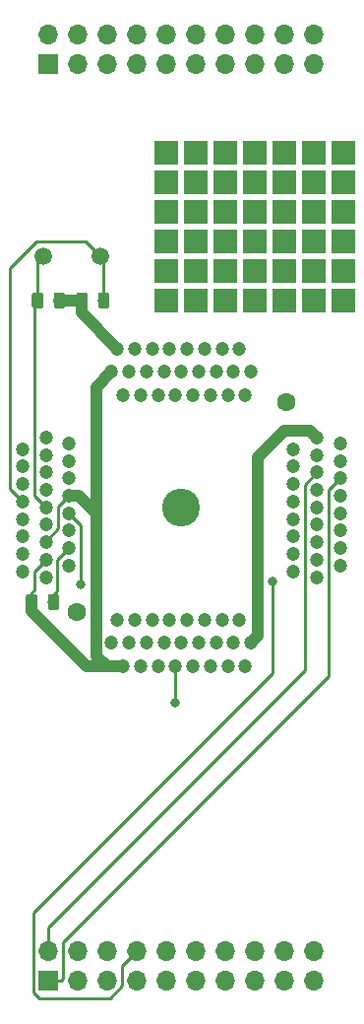
<source format=gbr>
G04 #@! TF.GenerationSoftware,KiCad,Pcbnew,5.0.2-bee76a0~70~ubuntu18.04.1*
G04 #@! TF.CreationDate,2019-07-29T15:00:22+02:00*
G04 #@! TF.ProjectId,stm32f427,73746d33-3266-4343-9237-2e6b69636164,rev?*
G04 #@! TF.SameCoordinates,Original*
G04 #@! TF.FileFunction,Copper,L2,Bot*
G04 #@! TF.FilePolarity,Positive*
%FSLAX46Y46*%
G04 Gerber Fmt 4.6, Leading zero omitted, Abs format (unit mm)*
G04 Created by KiCad (PCBNEW 5.0.2-bee76a0~70~ubuntu18.04.1) date lun. 29 juil. 2019 15:00:22 CEST*
%MOMM*%
%LPD*%
G01*
G04 APERTURE LIST*
G04 #@! TA.AperFunction,ComponentPad*
%ADD10R,2.000000X2.000000*%
G04 #@! TD*
G04 #@! TA.AperFunction,ComponentPad*
%ADD11C,1.200000*%
G04 #@! TD*
G04 #@! TA.AperFunction,ComponentPad*
%ADD12C,3.250000*%
G04 #@! TD*
G04 #@! TA.AperFunction,ComponentPad*
%ADD13C,1.600000*%
G04 #@! TD*
G04 #@! TA.AperFunction,ComponentPad*
%ADD14R,1.700000X1.700000*%
G04 #@! TD*
G04 #@! TA.AperFunction,ComponentPad*
%ADD15O,1.700000X1.700000*%
G04 #@! TD*
G04 #@! TA.AperFunction,Conductor*
%ADD16C,0.100000*%
G04 #@! TD*
G04 #@! TA.AperFunction,SMDPad,CuDef*
%ADD17C,0.975000*%
G04 #@! TD*
G04 #@! TA.AperFunction,ComponentPad*
%ADD18C,1.500000*%
G04 #@! TD*
G04 #@! TA.AperFunction,ViaPad*
%ADD19C,0.800000*%
G04 #@! TD*
G04 #@! TA.AperFunction,Conductor*
%ADD20C,0.250000*%
G04 #@! TD*
G04 #@! TA.AperFunction,Conductor*
%ADD21C,1.000000*%
G04 #@! TD*
G04 APERTURE END LIST*
D10*
G04 #@! TO.P,TP37,1*
G04 #@! TO.N,Net-(TP37-Pad1)*
X60960000Y-91440000D03*
G04 #@! TD*
G04 #@! TO.P,TP39,1*
G04 #@! TO.N,Net-(TP39-Pad1)*
X60960000Y-88900000D03*
G04 #@! TD*
G04 #@! TO.P,TP38,1*
G04 #@! TO.N,Net-(TP38-Pad1)*
X60960000Y-93980000D03*
G04 #@! TD*
G04 #@! TO.P,TP40,1*
G04 #@! TO.N,Net-(TP40-Pad1)*
X60960000Y-86360000D03*
G04 #@! TD*
G04 #@! TO.P,TP41,1*
G04 #@! TO.N,Net-(TP41-Pad1)*
X60960000Y-96520000D03*
G04 #@! TD*
G04 #@! TO.P,TP42,1*
G04 #@! TO.N,Net-(TP42-Pad1)*
X60960000Y-83820000D03*
G04 #@! TD*
G04 #@! TO.P,TP33,1*
G04 #@! TO.N,Net-(TP33-Pad1)*
X73660000Y-93980000D03*
G04 #@! TD*
G04 #@! TO.P,TP31,1*
G04 #@! TO.N,Net-(TP31-Pad1)*
X68580000Y-96520000D03*
G04 #@! TD*
G04 #@! TO.P,TP30,1*
G04 #@! TO.N,Net-(TP30-Pad1)*
X76200000Y-96520000D03*
G04 #@! TD*
G04 #@! TO.P,TP29,1*
G04 #@! TO.N,Net-(TP29-Pad1)*
X71120000Y-93980000D03*
G04 #@! TD*
G04 #@! TO.P,TP28,1*
G04 #@! TO.N,Net-(TP28-Pad1)*
X66040000Y-96520000D03*
G04 #@! TD*
G04 #@! TO.P,TP27,1*
G04 #@! TO.N,Net-(TP27-Pad1)*
X73660000Y-96520000D03*
G04 #@! TD*
G04 #@! TO.P,TP26,1*
G04 #@! TO.N,Net-(TP26-Pad1)*
X68580000Y-93980000D03*
G04 #@! TD*
G04 #@! TO.P,TP32,1*
G04 #@! TO.N,Net-(TP32-Pad1)*
X63500000Y-96520000D03*
G04 #@! TD*
G04 #@! TO.P,TP34,1*
G04 #@! TO.N,Net-(TP34-Pad1)*
X71120000Y-96520000D03*
G04 #@! TD*
G04 #@! TO.P,TP35,1*
G04 #@! TO.N,Net-(TP35-Pad1)*
X66040000Y-93980000D03*
G04 #@! TD*
G04 #@! TO.P,TP36,1*
G04 #@! TO.N,Net-(TP36-Pad1)*
X76200000Y-93980000D03*
G04 #@! TD*
G04 #@! TO.P,TP25,1*
G04 #@! TO.N,Net-(TP25-Pad1)*
X63500000Y-93980000D03*
G04 #@! TD*
G04 #@! TO.P,TP10,1*
G04 #@! TO.N,Net-(TP10-Pad1)*
X76200000Y-91440000D03*
G04 #@! TD*
G04 #@! TO.P,TP12,1*
G04 #@! TO.N,Net-(TP12-Pad1)*
X76200000Y-88900000D03*
G04 #@! TD*
G04 #@! TO.P,TP13,1*
G04 #@! TO.N,Net-(TP13-Pad1)*
X73660000Y-91440000D03*
G04 #@! TD*
G04 #@! TO.P,TP14,1*
G04 #@! TO.N,Net-(TP14-Pad1)*
X76200000Y-86360000D03*
G04 #@! TD*
G04 #@! TO.P,TP15,1*
G04 #@! TO.N,Net-(TP15-Pad1)*
X73660000Y-88900000D03*
G04 #@! TD*
G04 #@! TO.P,TP16,1*
G04 #@! TO.N,Net-(TP16-Pad1)*
X71120000Y-91440000D03*
G04 #@! TD*
G04 #@! TO.P,TP17,1*
G04 #@! TO.N,Net-(TP17-Pad1)*
X73660000Y-86360000D03*
G04 #@! TD*
G04 #@! TO.P,TP18,1*
G04 #@! TO.N,Net-(TP18-Pad1)*
X71120000Y-88900000D03*
G04 #@! TD*
G04 #@! TO.P,TP19,1*
G04 #@! TO.N,Net-(TP19-Pad1)*
X68580000Y-91440000D03*
G04 #@! TD*
G04 #@! TO.P,TP20,1*
G04 #@! TO.N,Net-(TP20-Pad1)*
X71120000Y-86360000D03*
G04 #@! TD*
G04 #@! TO.P,TP21,1*
G04 #@! TO.N,Net-(TP21-Pad1)*
X68580000Y-88900000D03*
G04 #@! TD*
G04 #@! TO.P,TP11,1*
G04 #@! TO.N,Net-(TP11-Pad1)*
X66040000Y-91440000D03*
G04 #@! TD*
G04 #@! TO.P,TP9,1*
G04 #@! TO.N,Net-(TP9-Pad1)*
X68580000Y-86360000D03*
G04 #@! TD*
G04 #@! TO.P,TP7,1*
G04 #@! TO.N,Net-(TP7-Pad1)*
X66040000Y-88900000D03*
G04 #@! TD*
G04 #@! TO.P,TP22,1*
G04 #@! TO.N,Net-(TP22-Pad1)*
X63500000Y-91440000D03*
G04 #@! TD*
G04 #@! TO.P,TP23,1*
G04 #@! TO.N,Net-(TP23-Pad1)*
X66040000Y-86360000D03*
G04 #@! TD*
G04 #@! TO.P,TP24,1*
G04 #@! TO.N,Net-(TP24-Pad1)*
X63500000Y-88900000D03*
G04 #@! TD*
G04 #@! TO.P,TP8,1*
G04 #@! TO.N,Net-(TP8-Pad1)*
X63500000Y-86360000D03*
G04 #@! TD*
G04 #@! TO.P,TP6,1*
G04 #@! TO.N,Net-(TP6-Pad1)*
X66040000Y-83820000D03*
G04 #@! TD*
G04 #@! TO.P,TP5,1*
G04 #@! TO.N,Net-(TP5-Pad1)*
X63500000Y-83820000D03*
G04 #@! TD*
G04 #@! TO.P,TP4,1*
G04 #@! TO.N,Net-(TP4-Pad1)*
X76200000Y-83820000D03*
G04 #@! TD*
G04 #@! TO.P,TP3,1*
G04 #@! TO.N,Net-(TP3-Pad1)*
X73660000Y-83820000D03*
G04 #@! TD*
G04 #@! TO.P,TP2,1*
G04 #@! TO.N,Net-(TP2-Pad1)*
X68580000Y-83820000D03*
G04 #@! TD*
G04 #@! TO.P,TP1,1*
G04 #@! TO.N,Net-(TP1-Pad1)*
X71120000Y-83820000D03*
G04 #@! TD*
D11*
G04 #@! TO.P,U1,38*
G04 #@! TO.N,Net-(U1-Pad38)*
X62230000Y-125950000D03*
G04 #@! TO.P,U1,37*
G04 #@! TO.N,/D7_BOOT1*
X61730000Y-127950000D03*
G04 #@! TO.P,U1,39*
G04 #@! TO.N,Net-(U1-Pad39)*
X62730000Y-123950000D03*
G04 #@! TO.P,U1,36*
G04 #@! TO.N,Net-(U1-Pad36)*
X61230000Y-123950000D03*
G04 #@! TO.P,U1,35*
G04 #@! TO.N,Net-(U1-Pad35)*
X60730000Y-125950000D03*
G04 #@! TO.P,U1,34*
G04 #@! TO.N,Net-(U1-Pad34)*
X60230000Y-127950000D03*
G04 #@! TO.P,U1,32*
G04 #@! TO.N,Net-(U1-Pad32)*
X59230000Y-125950000D03*
G04 #@! TO.P,U1,31*
G04 #@! TO.N,Net-(U1-Pad31)*
X58730000Y-127950000D03*
G04 #@! TO.P,U1,33*
G04 #@! TO.N,Net-(U1-Pad33)*
X59730000Y-123950000D03*
G04 #@! TO.P,U1,29*
G04 #@! TO.N,Net-(U1-Pad29)*
X57730000Y-125950000D03*
G04 #@! TO.P,U1,30*
G04 #@! TO.N,Net-(U1-Pad30)*
X58230000Y-123950000D03*
G04 #@! TO.P,U1,28*
G04 #@! TO.N,+3V3*
X57230000Y-127950000D03*
G04 #@! TO.P,U1,26*
G04 #@! TO.N,Net-(U1-Pad26)*
X56230000Y-125950000D03*
G04 #@! TO.P,U1,27*
G04 #@! TO.N,GNDA*
X56730000Y-123950000D03*
G04 #@! TO.P,U1,42*
G04 #@! TO.N,Net-(U1-Pad42)*
X64230000Y-123950000D03*
G04 #@! TO.P,U1,41*
G04 #@! TO.N,Net-(U1-Pad41)*
X63730000Y-125950000D03*
G04 #@! TO.P,U1,40*
G04 #@! TO.N,Net-(U1-Pad40)*
X63230000Y-127950000D03*
G04 #@! TO.P,U1,43*
G04 #@! TO.N,Net-(U1-Pad43)*
X64730000Y-127950000D03*
G04 #@! TO.P,U1,45*
G04 #@! TO.N,Net-(U1-Pad45)*
X65730000Y-123950000D03*
G04 #@! TO.P,U1,44*
G04 #@! TO.N,Net-(U1-Pad44)*
X65230000Y-125950000D03*
G04 #@! TO.P,U1,46*
G04 #@! TO.N,Net-(U1-Pad46)*
X66230000Y-127950000D03*
G04 #@! TO.P,U1,47*
G04 #@! TO.N,Net-(U1-Pad47)*
X66730000Y-125950000D03*
G04 #@! TO.P,U1,48*
G04 #@! TO.N,Net-(U1-Pad48)*
X67230000Y-123950000D03*
G04 #@! TO.P,U1,50*
G04 #@! TO.N,+3V3*
X68230000Y-125950000D03*
G04 #@! TO.P,U1,49*
G04 #@! TO.N,Net-(U1-Pad49)*
X67730000Y-127950000D03*
G04 #@! TO.P,U1,89*
G04 #@! TO.N,Net-(U1-Pad89)*
X61730000Y-104650000D03*
G04 #@! TO.P,U1,92*
G04 #@! TO.N,Net-(U1-Pad92)*
X60230000Y-104650000D03*
G04 #@! TO.P,U1,98*
G04 #@! TO.N,Net-(U1-Pad98)*
X57230000Y-104650000D03*
G04 #@! TO.P,U1,78*
G04 #@! TO.N,Net-(U1-Pad78)*
X67230000Y-100650000D03*
G04 #@! TO.P,U1,96*
G04 #@! TO.N,Net-(U1-Pad96)*
X58230000Y-100650000D03*
G04 #@! TO.P,U1,77*
G04 #@! TO.N,Net-(U1-Pad77)*
X67730000Y-104650000D03*
G04 #@! TO.P,U1,82*
G04 #@! TO.N,Net-(U1-Pad82)*
X65230000Y-102650000D03*
G04 #@! TO.P,U1,86*
G04 #@! TO.N,Net-(U1-Pad86)*
X63230000Y-104650000D03*
G04 #@! TO.P,U1,90*
G04 #@! TO.N,Net-(U1-Pad90)*
X61230000Y-100650000D03*
G04 #@! TO.P,U1,81*
G04 #@! TO.N,Net-(U1-Pad81)*
X65730000Y-100650000D03*
G04 #@! TO.P,U1,99*
G04 #@! TO.N,GNDA*
X56730000Y-100650000D03*
G04 #@! TO.P,U1,80*
G04 #@! TO.N,Net-(U1-Pad80)*
X66230000Y-104650000D03*
G04 #@! TO.P,U1,84*
G04 #@! TO.N,Net-(U1-Pad84)*
X64230000Y-100650000D03*
G04 #@! TO.P,U1,85*
G04 #@! TO.N,Net-(U1-Pad85)*
X63730000Y-102650000D03*
G04 #@! TO.P,U1,76*
G04 #@! TO.N,Net-(U1-Pad76)*
X68230000Y-102650000D03*
G04 #@! TO.P,U1,94*
G04 #@! TO.N,/D6_BOOT0*
X59230000Y-102650000D03*
G04 #@! TO.P,U1,95*
G04 #@! TO.N,Net-(U1-Pad95)*
X58730000Y-104650000D03*
G04 #@! TO.P,U1,88*
G04 #@! TO.N,Net-(U1-Pad88)*
X62230000Y-102650000D03*
G04 #@! TO.P,U1,97*
G04 #@! TO.N,Net-(U1-Pad97)*
X57730000Y-102650000D03*
G04 #@! TO.P,U1,87*
G04 #@! TO.N,Net-(U1-Pad87)*
X62730000Y-100650000D03*
G04 #@! TO.P,U1,100*
G04 #@! TO.N,+3V3*
X56230000Y-102650000D03*
G04 #@! TO.P,U1,91*
G04 #@! TO.N,Net-(U1-Pad91)*
X60730000Y-102650000D03*
G04 #@! TO.P,U1,83*
G04 #@! TO.N,Net-(U1-Pad83)*
X64730000Y-104650000D03*
G04 #@! TO.P,U1,93*
G04 #@! TO.N,Net-(U1-Pad93)*
X59730000Y-100650000D03*
G04 #@! TO.P,U1,79*
G04 #@! TO.N,Net-(U1-Pad79)*
X66730000Y-102650000D03*
G04 #@! TO.P,U1,63*
G04 #@! TO.N,Net-(U1-Pad63)*
X73880000Y-114300000D03*
G04 #@! TO.P,U1,64*
G04 #@! TO.N,Net-(U1-Pad64)*
X71880000Y-113800000D03*
G04 #@! TO.P,U1,62*
G04 #@! TO.N,Net-(U1-Pad62)*
X75880000Y-114800000D03*
G04 #@! TO.P,U1,61*
G04 #@! TO.N,Net-(U1-Pad61)*
X71880000Y-115300000D03*
G04 #@! TO.P,U1,60*
G04 #@! TO.N,Net-(U1-Pad60)*
X73880000Y-115800000D03*
G04 #@! TO.P,U1,59*
G04 #@! TO.N,Net-(U1-Pad59)*
X75880000Y-116300000D03*
G04 #@! TO.P,U1,57*
G04 #@! TO.N,Net-(U1-Pad57)*
X73880000Y-117300000D03*
G04 #@! TO.P,U1,58*
G04 #@! TO.N,Net-(U1-Pad58)*
X71880000Y-116800000D03*
G04 #@! TO.P,U1,56*
G04 #@! TO.N,Net-(U1-Pad56)*
X75880000Y-117800000D03*
G04 #@! TO.P,U1,55*
G04 #@! TO.N,Net-(U1-Pad55)*
X71880000Y-118300000D03*
G04 #@! TO.P,U1,53*
G04 #@! TO.N,Net-(U1-Pad53)*
X75880000Y-119300000D03*
G04 #@! TO.P,U1,54*
G04 #@! TO.N,Net-(U1-Pad54)*
X73880000Y-118800000D03*
G04 #@! TO.P,U1,52*
G04 #@! TO.N,Net-(U1-Pad52)*
X71880000Y-119800000D03*
G04 #@! TO.P,U1,51*
G04 #@! TO.N,Net-(U1-Pad51)*
X73880000Y-120300000D03*
G04 #@! TO.P,U1,67*
G04 #@! TO.N,Net-(U1-Pad67)*
X71880000Y-112300000D03*
G04 #@! TO.P,U1,66*
G04 #@! TO.N,Net-(U1-Pad66)*
X73880000Y-112800000D03*
G04 #@! TO.P,U1,65*
G04 #@! TO.N,Net-(U1-Pad65)*
X75880000Y-113300000D03*
G04 #@! TO.P,U1,69*
G04 #@! TO.N,/D0_MCU_RX*
X73880000Y-111300000D03*
G04 #@! TO.P,U1,68*
G04 #@! TO.N,/D1_MCU_TX*
X75880000Y-111800000D03*
G04 #@! TO.P,U1,70*
G04 #@! TO.N,Net-(U1-Pad70)*
X71880000Y-110800000D03*
G04 #@! TO.P,U1,72*
G04 #@! TO.N,Net-(U1-Pad72)*
X73880000Y-109800000D03*
G04 #@! TO.P,U1,71*
G04 #@! TO.N,Net-(U1-Pad71)*
X75880000Y-110300000D03*
G04 #@! TO.P,U1,73*
G04 #@! TO.N,Net-(U1-Pad73)*
X71880000Y-109300000D03*
G04 #@! TO.P,U1,74*
G04 #@! TO.N,GNDA*
X75880000Y-108800000D03*
G04 #@! TO.P,U1,75*
G04 #@! TO.N,+3V3*
X73880000Y-108300000D03*
G04 #@! TO.P,U1,16*
G04 #@! TO.N,Net-(U1-Pad16)*
X50580000Y-115800000D03*
G04 #@! TO.P,U1,17*
G04 #@! TO.N,Net-(U1-Pad17)*
X52580000Y-116300000D03*
G04 #@! TO.P,U1,19*
G04 #@! TO.N,+3V3*
X50580000Y-117300000D03*
G04 #@! TO.P,U1,13*
G04 #@! TO.N,Net-(C3-Pad2)*
X50580000Y-114300000D03*
G04 #@! TO.P,U1,10*
G04 #@! TO.N,GNDA*
X50580000Y-112800000D03*
G04 #@! TO.P,U1,11*
G04 #@! TO.N,+3V3*
X52580000Y-113300000D03*
G04 #@! TO.P,U1,7*
G04 #@! TO.N,Net-(U1-Pad7)*
X50580000Y-111300000D03*
G04 #@! TO.P,U1,8*
G04 #@! TO.N,Net-(U1-Pad8)*
X52580000Y-111800000D03*
G04 #@! TO.P,U1,6*
G04 #@! TO.N,Net-(U1-Pad6)*
X48580000Y-110800000D03*
G04 #@! TO.P,U1,4*
G04 #@! TO.N,Net-(U1-Pad4)*
X50580000Y-109800000D03*
G04 #@! TO.P,U1,5*
G04 #@! TO.N,Net-(U1-Pad5)*
X52580000Y-110300000D03*
G04 #@! TO.P,U1,3*
G04 #@! TO.N,Net-(U1-Pad3)*
X48580000Y-109300000D03*
G04 #@! TO.P,U1,12*
G04 #@! TO.N,Net-(C2-Pad2)*
X48580000Y-113800000D03*
G04 #@! TO.P,U1,18*
G04 #@! TO.N,Net-(U1-Pad18)*
X48580000Y-116800000D03*
G04 #@! TO.P,U1,20*
G04 #@! TO.N,GNDA*
X52580000Y-117800000D03*
G04 #@! TO.P,U1,21*
G04 #@! TO.N,Net-(U1-Pad21)*
X48580000Y-118300000D03*
G04 #@! TO.P,U1,23*
G04 #@! TO.N,Net-(U1-Pad23)*
X52580000Y-119300000D03*
G04 #@! TO.P,U1,22*
G04 #@! TO.N,+3V3*
X50580000Y-118800000D03*
G04 #@! TO.P,U1,24*
G04 #@! TO.N,Net-(U1-Pad24)*
X48580000Y-119800000D03*
G04 #@! TO.P,U1,25*
G04 #@! TO.N,Net-(U1-Pad25)*
X50580000Y-120300000D03*
G04 #@! TO.P,U1,9*
G04 #@! TO.N,Net-(U1-Pad9)*
X48580000Y-112300000D03*
G04 #@! TO.P,U1,14*
G04 #@! TO.N,/D2_NRST*
X52580000Y-114800000D03*
G04 #@! TO.P,U1,15*
G04 #@! TO.N,/D3_MCU_PC0*
X48580000Y-115300000D03*
G04 #@! TO.P,U1,2*
G04 #@! TO.N,Net-(U1-Pad2)*
X52580000Y-108800000D03*
G04 #@! TO.P,U1,1*
G04 #@! TO.N,Net-(U1-Pad1)*
X50580000Y-108300000D03*
D12*
G04 #@! TO.P,U1,*
G04 #@! TO.N,*
X62230000Y-114300000D03*
D13*
X53230000Y-123300000D03*
X71230000Y-105300000D03*
G04 #@! TD*
D14*
G04 #@! TO.P,J1,1*
G04 #@! TO.N,/D1_MCU_TX*
X50800000Y-154940000D03*
D15*
G04 #@! TO.P,J1,2*
G04 #@! TO.N,/D0_MCU_RX*
X50800000Y-152400000D03*
G04 #@! TO.P,J1,3*
G04 #@! TO.N,/D3_MCU_PC0*
X53340000Y-154940000D03*
G04 #@! TO.P,J1,4*
G04 #@! TO.N,/D2_NRST*
X53340000Y-152400000D03*
G04 #@! TO.P,J1,5*
G04 #@! TO.N,Net-(J1-Pad5)*
X55880000Y-154940000D03*
G04 #@! TO.P,J1,6*
G04 #@! TO.N,Net-(J1-Pad6)*
X55880000Y-152400000D03*
G04 #@! TO.P,J1,7*
G04 #@! TO.N,/D7_BOOT1*
X58420000Y-154940000D03*
G04 #@! TO.P,J1,8*
G04 #@! TO.N,/D6_BOOT0*
X58420000Y-152400000D03*
G04 #@! TO.P,J1,9*
G04 #@! TO.N,Net-(J1-Pad9)*
X60960000Y-154940000D03*
G04 #@! TO.P,J1,10*
G04 #@! TO.N,Net-(J1-Pad10)*
X60960000Y-152400000D03*
G04 #@! TO.P,J1,11*
G04 #@! TO.N,Net-(J1-Pad11)*
X63500000Y-154940000D03*
G04 #@! TO.P,J1,12*
G04 #@! TO.N,Net-(J1-Pad12)*
X63500000Y-152400000D03*
G04 #@! TO.P,J1,13*
G04 #@! TO.N,Net-(J1-Pad13)*
X66040000Y-154940000D03*
G04 #@! TO.P,J1,14*
G04 #@! TO.N,Net-(J1-Pad14)*
X66040000Y-152400000D03*
G04 #@! TO.P,J1,15*
G04 #@! TO.N,Net-(J1-Pad15)*
X68580000Y-154940000D03*
G04 #@! TO.P,J1,16*
G04 #@! TO.N,Net-(J1-Pad16)*
X68580000Y-152400000D03*
G04 #@! TO.P,J1,17*
G04 #@! TO.N,GND*
X71120000Y-154940000D03*
G04 #@! TO.P,J1,18*
G04 #@! TO.N,Net-(J1-Pad18)*
X71120000Y-152400000D03*
G04 #@! TO.P,J1,19*
G04 #@! TO.N,GNDA*
X73660000Y-154940000D03*
G04 #@! TO.P,J1,20*
G04 #@! TO.N,+3V3*
X73660000Y-152400000D03*
G04 #@! TD*
G04 #@! TO.P,J2,20*
G04 #@! TO.N,Net-(J2-Pad20)*
X73660000Y-73660000D03*
G04 #@! TO.P,J2,19*
G04 #@! TO.N,Net-(J2-Pad19)*
X73660000Y-76200000D03*
G04 #@! TO.P,J2,18*
G04 #@! TO.N,Net-(J2-Pad18)*
X71120000Y-73660000D03*
G04 #@! TO.P,J2,17*
G04 #@! TO.N,Net-(J2-Pad17)*
X71120000Y-76200000D03*
G04 #@! TO.P,J2,16*
G04 #@! TO.N,Net-(J2-Pad16)*
X68580000Y-73660000D03*
G04 #@! TO.P,J2,15*
G04 #@! TO.N,Net-(J2-Pad15)*
X68580000Y-76200000D03*
G04 #@! TO.P,J2,14*
G04 #@! TO.N,Net-(J2-Pad14)*
X66040000Y-73660000D03*
G04 #@! TO.P,J2,13*
G04 #@! TO.N,Net-(J2-Pad13)*
X66040000Y-76200000D03*
G04 #@! TO.P,J2,12*
G04 #@! TO.N,Net-(J2-Pad12)*
X63500000Y-73660000D03*
G04 #@! TO.P,J2,11*
G04 #@! TO.N,Net-(J2-Pad11)*
X63500000Y-76200000D03*
G04 #@! TO.P,J2,10*
G04 #@! TO.N,Net-(J2-Pad10)*
X60960000Y-73660000D03*
G04 #@! TO.P,J2,9*
G04 #@! TO.N,Net-(J2-Pad9)*
X60960000Y-76200000D03*
G04 #@! TO.P,J2,8*
G04 #@! TO.N,Net-(J2-Pad8)*
X58420000Y-73660000D03*
G04 #@! TO.P,J2,7*
G04 #@! TO.N,Net-(J2-Pad7)*
X58420000Y-76200000D03*
G04 #@! TO.P,J2,6*
G04 #@! TO.N,Net-(J2-Pad6)*
X55880000Y-73660000D03*
G04 #@! TO.P,J2,5*
G04 #@! TO.N,Net-(J2-Pad5)*
X55880000Y-76200000D03*
G04 #@! TO.P,J2,4*
G04 #@! TO.N,Net-(J2-Pad4)*
X53340000Y-73660000D03*
G04 #@! TO.P,J2,3*
G04 #@! TO.N,Net-(J2-Pad3)*
X53340000Y-76200000D03*
G04 #@! TO.P,J2,2*
G04 #@! TO.N,Net-(J2-Pad2)*
X50800000Y-73660000D03*
D14*
G04 #@! TO.P,J2,1*
G04 #@! TO.N,Net-(J2-Pad1)*
X50800000Y-76200000D03*
G04 #@! TD*
D16*
G04 #@! TO.N,GNDA*
G04 #@! TO.C,C3*
G36*
X52005142Y-95821174D02*
X52028803Y-95824684D01*
X52052007Y-95830496D01*
X52074529Y-95838554D01*
X52096153Y-95848782D01*
X52116670Y-95861079D01*
X52135883Y-95875329D01*
X52153607Y-95891393D01*
X52169671Y-95909117D01*
X52183921Y-95928330D01*
X52196218Y-95948847D01*
X52206446Y-95970471D01*
X52214504Y-95992993D01*
X52220316Y-96016197D01*
X52223826Y-96039858D01*
X52225000Y-96063750D01*
X52225000Y-96976250D01*
X52223826Y-97000142D01*
X52220316Y-97023803D01*
X52214504Y-97047007D01*
X52206446Y-97069529D01*
X52196218Y-97091153D01*
X52183921Y-97111670D01*
X52169671Y-97130883D01*
X52153607Y-97148607D01*
X52135883Y-97164671D01*
X52116670Y-97178921D01*
X52096153Y-97191218D01*
X52074529Y-97201446D01*
X52052007Y-97209504D01*
X52028803Y-97215316D01*
X52005142Y-97218826D01*
X51981250Y-97220000D01*
X51493750Y-97220000D01*
X51469858Y-97218826D01*
X51446197Y-97215316D01*
X51422993Y-97209504D01*
X51400471Y-97201446D01*
X51378847Y-97191218D01*
X51358330Y-97178921D01*
X51339117Y-97164671D01*
X51321393Y-97148607D01*
X51305329Y-97130883D01*
X51291079Y-97111670D01*
X51278782Y-97091153D01*
X51268554Y-97069529D01*
X51260496Y-97047007D01*
X51254684Y-97023803D01*
X51251174Y-97000142D01*
X51250000Y-96976250D01*
X51250000Y-96063750D01*
X51251174Y-96039858D01*
X51254684Y-96016197D01*
X51260496Y-95992993D01*
X51268554Y-95970471D01*
X51278782Y-95948847D01*
X51291079Y-95928330D01*
X51305329Y-95909117D01*
X51321393Y-95891393D01*
X51339117Y-95875329D01*
X51358330Y-95861079D01*
X51378847Y-95848782D01*
X51400471Y-95838554D01*
X51422993Y-95830496D01*
X51446197Y-95824684D01*
X51469858Y-95821174D01*
X51493750Y-95820000D01*
X51981250Y-95820000D01*
X52005142Y-95821174D01*
X52005142Y-95821174D01*
G37*
D17*
G04 #@! TD*
G04 #@! TO.P,C3,1*
G04 #@! TO.N,GNDA*
X51737500Y-96520000D03*
D16*
G04 #@! TO.N,Net-(C3-Pad2)*
G04 #@! TO.C,C3*
G36*
X50130142Y-95821174D02*
X50153803Y-95824684D01*
X50177007Y-95830496D01*
X50199529Y-95838554D01*
X50221153Y-95848782D01*
X50241670Y-95861079D01*
X50260883Y-95875329D01*
X50278607Y-95891393D01*
X50294671Y-95909117D01*
X50308921Y-95928330D01*
X50321218Y-95948847D01*
X50331446Y-95970471D01*
X50339504Y-95992993D01*
X50345316Y-96016197D01*
X50348826Y-96039858D01*
X50350000Y-96063750D01*
X50350000Y-96976250D01*
X50348826Y-97000142D01*
X50345316Y-97023803D01*
X50339504Y-97047007D01*
X50331446Y-97069529D01*
X50321218Y-97091153D01*
X50308921Y-97111670D01*
X50294671Y-97130883D01*
X50278607Y-97148607D01*
X50260883Y-97164671D01*
X50241670Y-97178921D01*
X50221153Y-97191218D01*
X50199529Y-97201446D01*
X50177007Y-97209504D01*
X50153803Y-97215316D01*
X50130142Y-97218826D01*
X50106250Y-97220000D01*
X49618750Y-97220000D01*
X49594858Y-97218826D01*
X49571197Y-97215316D01*
X49547993Y-97209504D01*
X49525471Y-97201446D01*
X49503847Y-97191218D01*
X49483330Y-97178921D01*
X49464117Y-97164671D01*
X49446393Y-97148607D01*
X49430329Y-97130883D01*
X49416079Y-97111670D01*
X49403782Y-97091153D01*
X49393554Y-97069529D01*
X49385496Y-97047007D01*
X49379684Y-97023803D01*
X49376174Y-97000142D01*
X49375000Y-96976250D01*
X49375000Y-96063750D01*
X49376174Y-96039858D01*
X49379684Y-96016197D01*
X49385496Y-95992993D01*
X49393554Y-95970471D01*
X49403782Y-95948847D01*
X49416079Y-95928330D01*
X49430329Y-95909117D01*
X49446393Y-95891393D01*
X49464117Y-95875329D01*
X49483330Y-95861079D01*
X49503847Y-95848782D01*
X49525471Y-95838554D01*
X49547993Y-95830496D01*
X49571197Y-95824684D01*
X49594858Y-95821174D01*
X49618750Y-95820000D01*
X50106250Y-95820000D01*
X50130142Y-95821174D01*
X50130142Y-95821174D01*
G37*
D17*
G04 #@! TD*
G04 #@! TO.P,C3,2*
G04 #@! TO.N,Net-(C3-Pad2)*
X49862500Y-96520000D03*
D16*
G04 #@! TO.N,Net-(C2-Pad2)*
G04 #@! TO.C,C2*
G36*
X55815142Y-95821174D02*
X55838803Y-95824684D01*
X55862007Y-95830496D01*
X55884529Y-95838554D01*
X55906153Y-95848782D01*
X55926670Y-95861079D01*
X55945883Y-95875329D01*
X55963607Y-95891393D01*
X55979671Y-95909117D01*
X55993921Y-95928330D01*
X56006218Y-95948847D01*
X56016446Y-95970471D01*
X56024504Y-95992993D01*
X56030316Y-96016197D01*
X56033826Y-96039858D01*
X56035000Y-96063750D01*
X56035000Y-96976250D01*
X56033826Y-97000142D01*
X56030316Y-97023803D01*
X56024504Y-97047007D01*
X56016446Y-97069529D01*
X56006218Y-97091153D01*
X55993921Y-97111670D01*
X55979671Y-97130883D01*
X55963607Y-97148607D01*
X55945883Y-97164671D01*
X55926670Y-97178921D01*
X55906153Y-97191218D01*
X55884529Y-97201446D01*
X55862007Y-97209504D01*
X55838803Y-97215316D01*
X55815142Y-97218826D01*
X55791250Y-97220000D01*
X55303750Y-97220000D01*
X55279858Y-97218826D01*
X55256197Y-97215316D01*
X55232993Y-97209504D01*
X55210471Y-97201446D01*
X55188847Y-97191218D01*
X55168330Y-97178921D01*
X55149117Y-97164671D01*
X55131393Y-97148607D01*
X55115329Y-97130883D01*
X55101079Y-97111670D01*
X55088782Y-97091153D01*
X55078554Y-97069529D01*
X55070496Y-97047007D01*
X55064684Y-97023803D01*
X55061174Y-97000142D01*
X55060000Y-96976250D01*
X55060000Y-96063750D01*
X55061174Y-96039858D01*
X55064684Y-96016197D01*
X55070496Y-95992993D01*
X55078554Y-95970471D01*
X55088782Y-95948847D01*
X55101079Y-95928330D01*
X55115329Y-95909117D01*
X55131393Y-95891393D01*
X55149117Y-95875329D01*
X55168330Y-95861079D01*
X55188847Y-95848782D01*
X55210471Y-95838554D01*
X55232993Y-95830496D01*
X55256197Y-95824684D01*
X55279858Y-95821174D01*
X55303750Y-95820000D01*
X55791250Y-95820000D01*
X55815142Y-95821174D01*
X55815142Y-95821174D01*
G37*
D17*
G04 #@! TD*
G04 #@! TO.P,C2,2*
G04 #@! TO.N,Net-(C2-Pad2)*
X55547500Y-96520000D03*
D16*
G04 #@! TO.N,GNDA*
G04 #@! TO.C,C2*
G36*
X53940142Y-95821174D02*
X53963803Y-95824684D01*
X53987007Y-95830496D01*
X54009529Y-95838554D01*
X54031153Y-95848782D01*
X54051670Y-95861079D01*
X54070883Y-95875329D01*
X54088607Y-95891393D01*
X54104671Y-95909117D01*
X54118921Y-95928330D01*
X54131218Y-95948847D01*
X54141446Y-95970471D01*
X54149504Y-95992993D01*
X54155316Y-96016197D01*
X54158826Y-96039858D01*
X54160000Y-96063750D01*
X54160000Y-96976250D01*
X54158826Y-97000142D01*
X54155316Y-97023803D01*
X54149504Y-97047007D01*
X54141446Y-97069529D01*
X54131218Y-97091153D01*
X54118921Y-97111670D01*
X54104671Y-97130883D01*
X54088607Y-97148607D01*
X54070883Y-97164671D01*
X54051670Y-97178921D01*
X54031153Y-97191218D01*
X54009529Y-97201446D01*
X53987007Y-97209504D01*
X53963803Y-97215316D01*
X53940142Y-97218826D01*
X53916250Y-97220000D01*
X53428750Y-97220000D01*
X53404858Y-97218826D01*
X53381197Y-97215316D01*
X53357993Y-97209504D01*
X53335471Y-97201446D01*
X53313847Y-97191218D01*
X53293330Y-97178921D01*
X53274117Y-97164671D01*
X53256393Y-97148607D01*
X53240329Y-97130883D01*
X53226079Y-97111670D01*
X53213782Y-97091153D01*
X53203554Y-97069529D01*
X53195496Y-97047007D01*
X53189684Y-97023803D01*
X53186174Y-97000142D01*
X53185000Y-96976250D01*
X53185000Y-96063750D01*
X53186174Y-96039858D01*
X53189684Y-96016197D01*
X53195496Y-95992993D01*
X53203554Y-95970471D01*
X53213782Y-95948847D01*
X53226079Y-95928330D01*
X53240329Y-95909117D01*
X53256393Y-95891393D01*
X53274117Y-95875329D01*
X53293330Y-95861079D01*
X53313847Y-95848782D01*
X53335471Y-95838554D01*
X53357993Y-95830496D01*
X53381197Y-95824684D01*
X53404858Y-95821174D01*
X53428750Y-95820000D01*
X53916250Y-95820000D01*
X53940142Y-95821174D01*
X53940142Y-95821174D01*
G37*
D17*
G04 #@! TD*
G04 #@! TO.P,C2,1*
G04 #@! TO.N,GNDA*
X53672500Y-96520000D03*
D16*
G04 #@! TO.N,+3V3*
G04 #@! TO.C,C1*
G36*
X49622142Y-121729174D02*
X49645803Y-121732684D01*
X49669007Y-121738496D01*
X49691529Y-121746554D01*
X49713153Y-121756782D01*
X49733670Y-121769079D01*
X49752883Y-121783329D01*
X49770607Y-121799393D01*
X49786671Y-121817117D01*
X49800921Y-121836330D01*
X49813218Y-121856847D01*
X49823446Y-121878471D01*
X49831504Y-121900993D01*
X49837316Y-121924197D01*
X49840826Y-121947858D01*
X49842000Y-121971750D01*
X49842000Y-122884250D01*
X49840826Y-122908142D01*
X49837316Y-122931803D01*
X49831504Y-122955007D01*
X49823446Y-122977529D01*
X49813218Y-122999153D01*
X49800921Y-123019670D01*
X49786671Y-123038883D01*
X49770607Y-123056607D01*
X49752883Y-123072671D01*
X49733670Y-123086921D01*
X49713153Y-123099218D01*
X49691529Y-123109446D01*
X49669007Y-123117504D01*
X49645803Y-123123316D01*
X49622142Y-123126826D01*
X49598250Y-123128000D01*
X49110750Y-123128000D01*
X49086858Y-123126826D01*
X49063197Y-123123316D01*
X49039993Y-123117504D01*
X49017471Y-123109446D01*
X48995847Y-123099218D01*
X48975330Y-123086921D01*
X48956117Y-123072671D01*
X48938393Y-123056607D01*
X48922329Y-123038883D01*
X48908079Y-123019670D01*
X48895782Y-122999153D01*
X48885554Y-122977529D01*
X48877496Y-122955007D01*
X48871684Y-122931803D01*
X48868174Y-122908142D01*
X48867000Y-122884250D01*
X48867000Y-121971750D01*
X48868174Y-121947858D01*
X48871684Y-121924197D01*
X48877496Y-121900993D01*
X48885554Y-121878471D01*
X48895782Y-121856847D01*
X48908079Y-121836330D01*
X48922329Y-121817117D01*
X48938393Y-121799393D01*
X48956117Y-121783329D01*
X48975330Y-121769079D01*
X48995847Y-121756782D01*
X49017471Y-121746554D01*
X49039993Y-121738496D01*
X49063197Y-121732684D01*
X49086858Y-121729174D01*
X49110750Y-121728000D01*
X49598250Y-121728000D01*
X49622142Y-121729174D01*
X49622142Y-121729174D01*
G37*
D17*
G04 #@! TD*
G04 #@! TO.P,C1,1*
G04 #@! TO.N,+3V3*
X49354500Y-122428000D03*
D16*
G04 #@! TO.N,GNDA*
G04 #@! TO.C,C1*
G36*
X51497142Y-121729174D02*
X51520803Y-121732684D01*
X51544007Y-121738496D01*
X51566529Y-121746554D01*
X51588153Y-121756782D01*
X51608670Y-121769079D01*
X51627883Y-121783329D01*
X51645607Y-121799393D01*
X51661671Y-121817117D01*
X51675921Y-121836330D01*
X51688218Y-121856847D01*
X51698446Y-121878471D01*
X51706504Y-121900993D01*
X51712316Y-121924197D01*
X51715826Y-121947858D01*
X51717000Y-121971750D01*
X51717000Y-122884250D01*
X51715826Y-122908142D01*
X51712316Y-122931803D01*
X51706504Y-122955007D01*
X51698446Y-122977529D01*
X51688218Y-122999153D01*
X51675921Y-123019670D01*
X51661671Y-123038883D01*
X51645607Y-123056607D01*
X51627883Y-123072671D01*
X51608670Y-123086921D01*
X51588153Y-123099218D01*
X51566529Y-123109446D01*
X51544007Y-123117504D01*
X51520803Y-123123316D01*
X51497142Y-123126826D01*
X51473250Y-123128000D01*
X50985750Y-123128000D01*
X50961858Y-123126826D01*
X50938197Y-123123316D01*
X50914993Y-123117504D01*
X50892471Y-123109446D01*
X50870847Y-123099218D01*
X50850330Y-123086921D01*
X50831117Y-123072671D01*
X50813393Y-123056607D01*
X50797329Y-123038883D01*
X50783079Y-123019670D01*
X50770782Y-122999153D01*
X50760554Y-122977529D01*
X50752496Y-122955007D01*
X50746684Y-122931803D01*
X50743174Y-122908142D01*
X50742000Y-122884250D01*
X50742000Y-121971750D01*
X50743174Y-121947858D01*
X50746684Y-121924197D01*
X50752496Y-121900993D01*
X50760554Y-121878471D01*
X50770782Y-121856847D01*
X50783079Y-121836330D01*
X50797329Y-121817117D01*
X50813393Y-121799393D01*
X50831117Y-121783329D01*
X50850330Y-121769079D01*
X50870847Y-121756782D01*
X50892471Y-121746554D01*
X50914993Y-121738496D01*
X50938197Y-121732684D01*
X50961858Y-121729174D01*
X50985750Y-121728000D01*
X51473250Y-121728000D01*
X51497142Y-121729174D01*
X51497142Y-121729174D01*
G37*
D17*
G04 #@! TD*
G04 #@! TO.P,C1,2*
G04 #@! TO.N,GNDA*
X51229500Y-122428000D03*
D18*
G04 #@! TO.P,Y1,1*
G04 #@! TO.N,Net-(C2-Pad2)*
X55245000Y-92710000D03*
G04 #@! TO.P,Y1,2*
G04 #@! TO.N,Net-(C3-Pad2)*
X50345000Y-92710000D03*
G04 #@! TD*
D19*
G04 #@! TO.N,/D6_BOOT0*
X70104000Y-120650000D03*
G04 #@! TO.N,/D7_BOOT1*
X61722000Y-131064000D03*
G04 #@! TO.N,/D2_NRST*
X53594000Y-120904000D03*
G04 #@! TD*
D20*
G04 #@! TO.N,/D6_BOOT0*
X57150000Y-155409002D02*
X57150000Y-153670000D01*
X57150000Y-153670000D02*
X58420000Y-152400000D01*
X70104000Y-128524000D02*
X49530000Y-149098000D01*
X70104000Y-120650000D02*
X70104000Y-128524000D01*
X56095002Y-156464000D02*
X57150000Y-155409002D01*
X49530000Y-149098000D02*
X49530000Y-155956000D01*
X49530000Y-155956000D02*
X50038000Y-156464000D01*
X50038000Y-156464000D02*
X56095002Y-156464000D01*
D21*
G04 #@! TO.N,GNDA*
X53672500Y-96520000D02*
X51737500Y-96520000D01*
D20*
X51562000Y-121513600D02*
X51562000Y-118818000D01*
X51980001Y-118399999D02*
X52580000Y-117800000D01*
X51562000Y-118818000D02*
X51980001Y-118399999D01*
X51229500Y-122428000D02*
X51229500Y-121846100D01*
X51229500Y-121846100D02*
X51562000Y-121513600D01*
D21*
X53672500Y-97592500D02*
X56730000Y-100650000D01*
X53672500Y-96520000D02*
X53672500Y-97592500D01*
G04 #@! TO.N,+3V3*
X54076500Y-127950000D02*
X56381472Y-127950000D01*
X49354500Y-123228000D02*
X54076500Y-127950000D01*
X49354500Y-122428000D02*
X49354500Y-123228000D01*
X56381472Y-127950000D02*
X57230000Y-127950000D01*
X53428528Y-113300000D02*
X54929999Y-114801471D01*
X52580000Y-113300000D02*
X53428528Y-113300000D01*
X54929999Y-103950001D02*
X56230000Y-102650000D01*
X54929999Y-114801471D02*
X54929999Y-103950001D01*
X68829999Y-125350001D02*
X68230000Y-125950000D01*
X68829999Y-109986001D02*
X68829999Y-125350001D01*
X73880000Y-108300000D02*
X73276000Y-107696000D01*
X71120000Y-107696000D02*
X68829999Y-109986001D01*
X73276000Y-107696000D02*
X71120000Y-107696000D01*
X54929999Y-114801471D02*
X54929999Y-127065999D01*
X55814000Y-127950000D02*
X56381472Y-127950000D01*
X54929999Y-127065999D02*
X55814000Y-127950000D01*
D20*
X49580800Y-119799200D02*
X49980001Y-119399999D01*
X49580800Y-121401700D02*
X49580800Y-119799200D01*
X49354500Y-122428000D02*
X49354500Y-121628000D01*
X49980001Y-119399999D02*
X50580000Y-118800000D01*
X49354500Y-121628000D02*
X49580800Y-121401700D01*
X51980001Y-113899999D02*
X52580000Y-113300000D01*
X51612800Y-116136202D02*
X51612800Y-114267200D01*
X51612800Y-114267200D02*
X51980001Y-113899999D01*
X50580000Y-117300000D02*
X50580000Y-117169002D01*
X50580000Y-117169002D02*
X51612800Y-116136202D01*
G04 #@! TO.N,/D7_BOOT1*
X61730000Y-127950000D02*
X61730000Y-131056000D01*
X61730000Y-131056000D02*
X61722000Y-131064000D01*
G04 #@! TO.N,/D1_MCU_TX*
X74879200Y-128828800D02*
X74879200Y-112800800D01*
X52070000Y-151638000D02*
X74879200Y-128828800D01*
X52070000Y-154770000D02*
X52070000Y-151638000D01*
X74879200Y-112800800D02*
X75880000Y-111800000D01*
X50800000Y-154940000D02*
X51900000Y-154940000D01*
X51900000Y-154940000D02*
X52070000Y-154770000D01*
G04 #@! TO.N,/D0_MCU_RX*
X72847200Y-128320800D02*
X50800000Y-150368000D01*
X50800000Y-150368000D02*
X50800000Y-152400000D01*
X73880000Y-111300000D02*
X72847200Y-112332800D01*
X72847200Y-112332800D02*
X72847200Y-128320800D01*
G04 #@! TO.N,Net-(C2-Pad2)*
X55245000Y-96217500D02*
X55547500Y-96520000D01*
X55547500Y-93012500D02*
X55245000Y-92710000D01*
X55547500Y-96520000D02*
X55547500Y-93012500D01*
X54495001Y-91960001D02*
X55245000Y-92710000D01*
X53975000Y-91440000D02*
X54495001Y-91960001D01*
X49784000Y-91440000D02*
X53975000Y-91440000D01*
X47498000Y-93726000D02*
X49784000Y-91440000D01*
X48580000Y-113800000D02*
X47498000Y-112718000D01*
X47498000Y-112718000D02*
X47498000Y-93726000D01*
G04 #@! TO.N,/D2_NRST*
X52580000Y-114800000D02*
X53594000Y-115814000D01*
X53594000Y-115814000D02*
X53594000Y-120904000D01*
G04 #@! TO.N,Net-(C3-Pad2)*
X49784000Y-96598500D02*
X49862500Y-96520000D01*
X49784000Y-96774000D02*
X49784000Y-96598500D01*
X49580800Y-96977200D02*
X49784000Y-96774000D01*
X50580000Y-114300000D02*
X49580800Y-113300800D01*
X49580800Y-113300800D02*
X49580800Y-96977200D01*
X49862500Y-93192500D02*
X50345000Y-92710000D01*
X49862500Y-96520000D02*
X49862500Y-93192500D01*
G04 #@! TD*
M02*

</source>
